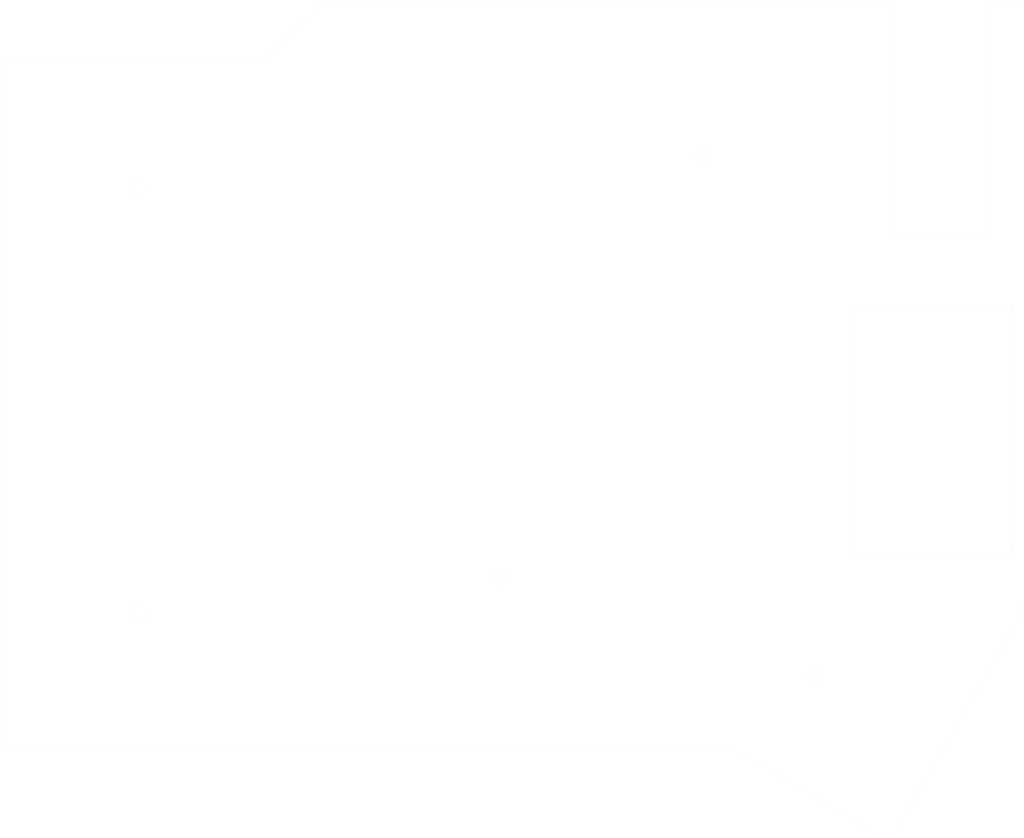
<source format=kicad_pcb>
(kicad_pcb (version 20171130) (host pcbnew "(5.1.6)-1")

  (general
    (thickness 1.6)
    (drawings 31)
    (tracks 0)
    (zones 0)
    (modules 0)
    (nets 1)
  )

  (page A3)
  (layers
    (0 F.Cu signal)
    (31 B.Cu signal)
    (32 B.Adhes user)
    (33 F.Adhes user)
    (34 B.Paste user)
    (35 F.Paste user)
    (36 B.SilkS user)
    (37 F.SilkS user)
    (38 B.Mask user)
    (39 F.Mask user)
    (40 Dwgs.User user)
    (41 Cmts.User user)
    (42 Eco1.User user)
    (43 Eco2.User user)
    (44 Edge.Cuts user)
    (45 Margin user)
    (46 B.CrtYd user)
    (47 F.CrtYd user)
    (48 B.Fab user)
    (49 F.Fab user)
  )

  (setup
    (last_trace_width 0.25)
    (user_trace_width 1.7526)
    (trace_clearance 0.2)
    (zone_clearance 0.508)
    (zone_45_only no)
    (trace_min 0.2)
    (via_size 0.7)
    (via_drill 0.35)
    (via_min_size 0.4)
    (via_min_drill 0.3)
    (uvia_size 0.3)
    (uvia_drill 0.1)
    (uvias_allowed no)
    (uvia_min_size 0.2)
    (uvia_min_drill 0.1)
    (edge_width 0.01)
    (segment_width 0.2)
    (pcb_text_width 0.3)
    (pcb_text_size 1.5 1.5)
    (mod_edge_width 0.12)
    (mod_text_size 1 1)
    (mod_text_width 0.15)
    (pad_size 1.524 1.524)
    (pad_drill 0.762)
    (pad_to_mask_clearance 0.051)
    (solder_mask_min_width 0.25)
    (aux_axis_origin 0 0)
    (grid_origin 203.727142 137.873096)
    (visible_elements 7FFFFFFF)
    (pcbplotparams
      (layerselection 0x010fc_ffffffff)
      (usegerberextensions false)
      (usegerberattributes false)
      (usegerberadvancedattributes false)
      (creategerberjobfile false)
      (excludeedgelayer true)
      (linewidth 0.100000)
      (plotframeref false)
      (viasonmask false)
      (mode 1)
      (useauxorigin false)
      (hpglpennumber 1)
      (hpglpenspeed 20)
      (hpglpendiameter 15.000000)
      (psnegative false)
      (psa4output false)
      (plotreference true)
      (plotvalue true)
      (plotinvisibletext false)
      (padsonsilk false)
      (subtractmaskfromsilk false)
      (outputformat 3)
      (mirror false)
      (drillshape 0)
      (scaleselection 1)
      (outputdirectory "Cantaloupe_PCB_DXF/"))
  )

  (net 0 "")

  (net_class Default "This is the default net class."
    (clearance 0.2)
    (trace_width 0.25)
    (via_dia 0.7)
    (via_drill 0.35)
    (uvia_dia 0.3)
    (uvia_drill 0.1)
  )

  (net_class Power ""
    (clearance 0.2)
    (trace_width 0.5)
    (via_dia 0.7)
    (via_drill 0.35)
    (uvia_dia 0.3)
    (uvia_drill 0.1)
  )

  (gr_arc (start 304.654392 224.384385) (end 304.154392 225.25041) (angle -90) (layer Edge.Cuts) (width 0.01) (tstamp 5F678338))
  (gr_arc (start 322.107144 113.409996) (end 323.107144 113.409996) (angle -90) (layer Edge.Cuts) (width 0.01) (tstamp 5F67832F))
  (gr_arc (start 303.954098 113.416846) (end 304.954144 113.416891) (angle -90) (layer Edge.Cuts) (width 0.01) (tstamp 5F67832E))
  (gr_arc (start 219.874011 118.07994) (end 219.874011 120.487196) (angle -45.11705306) (layer Edge.Cuts) (width 0.01) (tstamp 5F678332))
  (gr_line (start 304.154392 225.25041) (end 284.929423 214.006935) (layer Edge.Cuts) (width 0.01) (tstamp 5F67832D))
  (gr_line (start 322.605619 195.415486) (end 305.518598 224.887522) (layer Edge.Cuts) (width 0.01) (tstamp 5F67832C))
  (gr_arc (start 229.918171 114.816915) (end 229.918392 112.40997) (angle -45.12230283) (layer Edge.Cuts) (width 0.01) (tstamp 5F678336))
  (gr_line (start 221.579672 119.778646) (end 228.212731 113.118429) (layer Edge.Cuts) (width 0.01) (tstamp 5F678335))
  (gr_arc (start 319.363672 193.543747) (end 322.605619 195.415486) (angle -29.89905627) (layer Edge.Cuts) (width 0.01) (tstamp 5F678330))
  (gr_line (start 304.954144 113.416891) (end 304.954144 143.969096) (layer Edge.Cuts) (width 0.01) (tstamp 5F678333))
  (gr_line (start 299.433148 186.896896) (end 299.433148 153.646896) (layer Edge.Cuts) (width 0.01) (tstamp 5F68548C))
  (gr_line (start 299.433148 186.896896) (end 321.533148 186.896896) (layer Edge.Cuts) (width 0.01) (tstamp 5F68548B))
  (gr_line (start 299.433148 153.646896) (end 321.533148 153.646896) (layer Edge.Cuts) (width 0.01) (tstamp 5F68548D))
  (gr_circle (center 295.008392 203.754346) (end 296.108392 203.754346) (layer Edge.Cuts) (width 0.01) (tstamp 5F60C2D2))
  (gr_line (start 321.533148 186.896896) (end 321.533148 153.646896) (layer Edge.Cuts) (width 0.01) (tstamp 5F68548A))
  (gr_arc (start 283.045117 217.270648) (end 284.929423 214.006935) (angle -29.67931978) (layer Edge.Cuts) (width 0.01) (tstamp 5F67832B))
  (gr_line (start 229.918392 112.40997) (end 303.954143 112.4168) (layer Edge.Cuts) (width 0.01) (tstamp 5F67832A))
  (gr_arc (start 319.162144 113.409996) (end 319.162144 112.409996) (angle -90) (layer Edge.Cuts) (width 0.01) (tstamp 5F678328))
  (gr_line (start 323.107144 113.409996) (end 323.107144 193.550342) (layer Edge.Cuts) (width 0.01) (tstamp 5F678325))
  (gr_line (start 318.162144 143.969096) (end 318.162144 113.409996) (layer Edge.Cuts) (width 0.01) (tstamp 5F678329))
  (gr_line (start 318.162144 143.969096) (end 304.954144 143.969096) (layer Edge.Cuts) (width 0.01) (tstamp 5F678324))
  (gr_line (start 319.162144 112.409996) (end 322.107144 112.409995) (layer Edge.Cuts) (width 0.01) (tstamp 5F678326))
  (gr_circle (center 252.145892 190.260596) (end 253.245892 190.260596) (layer Edge.Cuts) (width 0.01) (tstamp 5F60C2D1))
  (gr_circle (center 279.927145 133.110591) (end 281.027145 133.110591) (layer Edge.Cuts) (width 0.01) (tstamp 5F60C2D3))
  (gr_arc (start 186.032894 212.502346) (end 185.033143 212.502096) (angle -90) (layer Edge.Cuts) (width 0.01) (tstamp 5F678337))
  (gr_line (start 283.066209 213.502095) (end 186.032644 213.502096) (layer Edge.Cuts) (width 0.01) (tstamp 5F678334))
  (gr_circle (center 203.752542 195.023096) (end 204.852542 195.023096) (layer Edge.Cuts) (width 0.01) (tstamp 5F60C2D0))
  (gr_line (start 185.033142 212.502096) (end 185.033142 121.487196) (layer Edge.Cuts) (width 0.01))
  (gr_arc (start 186.033144 121.487196) (end 186.033144 120.487196) (angle -90) (layer Edge.Cuts) (width 0.01) (tstamp 5F678331))
  (gr_line (start 186.033144 120.487196) (end 219.874011 120.487196) (layer Edge.Cuts) (width 0.01) (tstamp 5F678327))
  (gr_circle (center 203.727142 137.873096) (end 204.827142 137.873096) (layer Edge.Cuts) (width 0.01) (tstamp 5F60C2CF))

)

</source>
